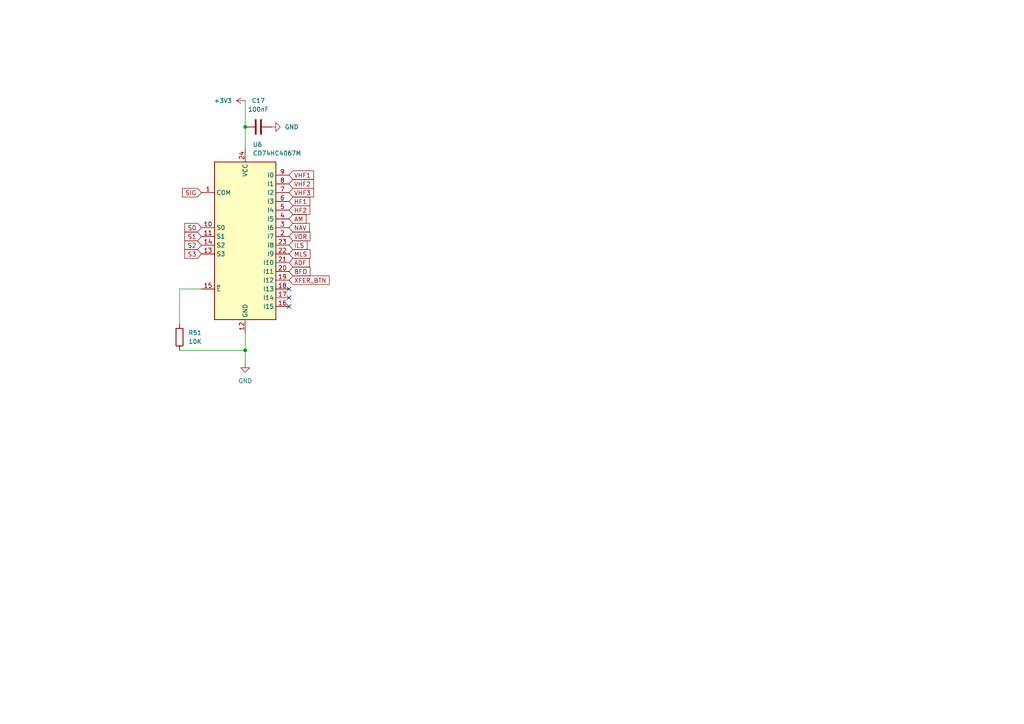
<source format=kicad_sch>
(kicad_sch (version 20231120) (generator "eeschema") (generator_version "8.0")
  (paper "A4")
  (lib_symbols
    (symbol "74xx:CD74HC4067M"
      (property "Reference" "U" (at -8.89 22.86 0))
      (property "Value" "CD74HC4067M" (at 1.27 22.86 0))
      (symbol "CD74HC4067M_0_1"
        (rectangle (start -8.89 21.59) (end 8.89 -24.13) (stroke (width 0.254)) (fill (type background)))
      )
      (symbol "CD74HC4067M_1_1"
        (pin passive line (at -12.7 12.7 0) (length 3.81) (name "COM") (number "1"))
        (pin input line (at -12.7 2.54 0) (length 3.81) (name "S0") (number "10"))
        (pin input line (at -12.7 0 0) (length 3.81) (name "S1") (number "11"))
        (pin power_in line (at 0 -27.94 90) (length 3.81) (name "GND") (number "12"))
        (pin input line (at -12.7 -5.08 0) (length 3.81) (name "S3") (number "13"))
        (pin input line (at -12.7 -2.54 0) (length 3.81) (name "S2") (number "14"))
        (pin input line (at -12.7 -15.24 0) (length 3.81) (name "~{E}") (number "15"))
        (pin passive line (at 12.7 -20.32 180) (length 3.81) (name "I15") (number "16"))
        (pin passive line (at 12.7 -17.78 180) (length 3.81) (name "I14") (number "17"))
        (pin passive line (at 12.7 -15.24 180) (length 3.81) (name "I13") (number "18"))
        (pin passive line (at 12.7 -12.7 180) (length 3.81) (name "I12") (number "19"))
        (pin passive line (at 12.7 0 180) (length 3.81) (name "I7") (number "2"))
        (pin passive line (at 12.7 -10.16 180) (length 3.81) (name "I11") (number "20"))
        (pin passive line (at 12.7 -7.62 180) (length 3.81) (name "I10") (number "21"))
        (pin passive line (at 12.7 -5.08 180) (length 3.81) (name "I9") (number "22"))
        (pin passive line (at 12.7 -2.54 180) (length 3.81) (name "I8") (number "23"))
        (pin power_in line (at 0 25.4 270) (length 3.81) (name "VCC") (number "24"))
        (pin passive line (at 12.7 2.54 180) (length 3.81) (name "I6") (number "3"))
        (pin passive line (at 12.7 5.08 180) (length 3.81) (name "I5") (number "4"))
        (pin passive line (at 12.7 7.62 180) (length 3.81) (name "I4") (number "5"))
        (pin passive line (at 12.7 10.16 180) (length 3.81) (name "I3") (number "6"))
        (pin passive line (at 12.7 12.7 180) (length 3.81) (name "I2") (number "7"))
        (pin passive line (at 12.7 15.24 180) (length 3.81) (name "I1") (number "8"))
        (pin passive line (at 12.7 17.78 180) (length 3.81) (name "I0") (number "9"))
      )
    )
    (symbol "Device:C" (pin_numbers hide) (pin_names (offset 0.254))
      (property "Reference" "C" (at 0.635 2.54 0))
      (property "Value" "C" (at 0.635 -2.54 0))
      (symbol "C_0_1"
        (polyline (pts (xy -2.032 -0.762) (xy 2.032 -0.762)) (stroke (width 0.508)))
        (polyline (pts (xy -2.032 0.762) (xy 2.032 0.762)) (stroke (width 0.508)))
      )
      (symbol "C_1_1"
        (pin passive line (at 0 3.81 270) (length 2.794) (name "~") (number "1"))
        (pin passive line (at 0 -3.81 90) (length 2.794) (name "~") (number "2"))
      )
    )
    (symbol "Device:R" (pin_numbers hide) (pin_names (offset 0))
      (property "Reference" "R" (at 2.032 0 90))
      (property "Value" "R" (at 0 0 90))
      (symbol "R_0_1"
        (rectangle (start -1.016 -2.54) (end 1.016 2.54) (stroke (width 0.254)))
      )
      (symbol "R_1_1"
        (pin passive line (at 0 3.81 270) (length 1.27) (name "~") (number "1"))
        (pin passive line (at 0 -3.81 90) (length 1.27) (name "~") (number "2"))
      )
    )
    (symbol "power:+3V3" (power) (pin_numbers hide) (pin_names (offset 0) hide)
      (property "Value" "+3V3" (at 0 3.556 0))
      (symbol "+3V3_0_1"
        (polyline (pts (xy -0.762 1.27) (xy 0 2.54)))
        (polyline (pts (xy 0 0) (xy 0 2.54)))
        (polyline (pts (xy 0 2.54) (xy 0.762 1.27)))
      )
      (symbol "+3V3_1_1"
        (pin power_in line (at 0 0 90) (length 0) (name "~") (number "1"))
      )
    )
    (symbol "power:GND" (power) (pin_numbers hide) (pin_names (offset 0) hide)
      (property "Value" "GND" (at 0 -3.81 0))
      (symbol "GND_0_1"
        (polyline (pts (xy 0 0) (xy 0 -1.27) (xy 1.27 -1.27) (xy 0 -2.54) (xy -1.27 -1.27) (xy 0 -1.27)))
      )
      (symbol "GND_1_1"
        (pin power_in line (at 0 0 270) (length 0) (name "~") (number "1"))
      )
    )
  )
  (junction (at 71.12 101.6))
  (junction (at 71.12 36.83))
  (no_connect (at 83.82 83.82))
  (no_connect (at 83.82 86.36))
  (no_connect (at 83.82 88.9))
  (wire (pts (xy 52.07 101.6) (xy 71.12 101.6)))
  (wire (pts (xy 52.07 83.82) (xy 52.07 93.98)))
  (wire (pts (xy 58.42 83.82) (xy 52.07 83.82)))
  (wire (pts (xy 71.12 29.21) (xy 71.12 36.83)))
  (wire (pts (xy 71.12 105.41) (xy 71.12 101.6)))
  (wire (pts (xy 71.12 101.6) (xy 71.12 96.52)))
  (wire (pts (xy 71.12 36.83) (xy 71.12 43.18)))
  (global_label "VOR" (shape input) (at 83.82 68.58 0) (property "Intersheetrefs" "${INTERSHEET_REFS}" (effects (hide yes))))
  (global_label "XFER_BTN" (shape input) (at 83.82 81.28 0) (property "Intersheetrefs" "${INTERSHEET_REFS}" (effects (hide yes))))
  (global_label "BFO" (shape input) (at 83.82 78.74 0) (property "Intersheetrefs" "${INTERSHEET_REFS}" (effects (hide yes))))
  (global_label "HF2" (shape input) (at 83.82 60.96 0) (property "Intersheetrefs" "${INTERSHEET_REFS}" (effects (hide yes))))
  (global_label "ADF" (shape input) (at 83.82 76.2 0) (property "Intersheetrefs" "${INTERSHEET_REFS}" (effects (hide yes))))
  (global_label "S3" (shape input) (at 58.42 73.66 180) (property "Intersheetrefs" "${INTERSHEET_REFS}" (effects (hide yes))))
  (global_label "S1" (shape input) (at 58.42 68.58 180) (property "Intersheetrefs" "${INTERSHEET_REFS}" (effects (hide yes))))
  (global_label "ILS" (shape input) (at 83.82 71.12 0) (property "Intersheetrefs" "${INTERSHEET_REFS}" (effects (hide yes))))
  (global_label "VHF1" (shape input) (at 83.82 50.8 0) (property "Intersheetrefs" "${INTERSHEET_REFS}" (effects (hide yes))))
  (global_label "SIG" (shape input) (at 58.42 55.88 180) (property "Intersheetrefs" "${INTERSHEET_REFS}" (effects (hide yes))))
  (global_label "S2" (shape input) (at 58.42 71.12 180) (property "Intersheetrefs" "${INTERSHEET_REFS}" (effects (hide yes))))
  (global_label "VHF2" (shape input) (at 83.82 53.34 0) (property "Intersheetrefs" "${INTERSHEET_REFS}" (effects (hide yes))))
  (global_label "VHF3" (shape input) (at 83.82 55.88 0) (property "Intersheetrefs" "${INTERSHEET_REFS}" (effects (hide yes))))
  (global_label "MLS" (shape input) (at 83.82 73.66 0) (property "Intersheetrefs" "${INTERSHEET_REFS}" (effects (hide yes))))
  (global_label "HF1" (shape input) (at 83.82 58.42 0) (property "Intersheetrefs" "${INTERSHEET_REFS}" (effects (hide yes))))
  (global_label "AM" (shape input) (at 83.82 63.5 0) (property "Intersheetrefs" "${INTERSHEET_REFS}" (effects (hide yes))))
  (global_label "NAV" (shape input) (at 83.82 66.04 0) (property "Intersheetrefs" "${INTERSHEET_REFS}" (effects (hide yes))))
  (global_label "S0" (shape input) (at 58.42 66.04 180) (property "Intersheetrefs" "${INTERSHEET_REFS}" (effects (hide yes))))
  (symbol (lib_id "power:GND") (at 71.12 105.41 0) (unit 1)
    (property "Reference" "#PWR045" (effects (hide yes)))
    (property "Value" "GND" (at 71.12 110.49 0))
    (property "Description" "Power symbol creates a global label with name \"GND\" , ground" (effects (hide yes)))
  )
  (symbol (lib_id "74xx:CD74HC4067M") (at 71.12 68.58 0) (unit 1)
    (property "Reference" "U6" (at 73.3141 41.91 0) (effects (justify left)))
    (property "Value" "CD74HC4067M" (at 73.3141 44.45 0) (effects (justify left)))
    (property "Footprint" "Package_SO:SOIC-24W_7.5x15.4mm_P1.27mm" (effects (hide yes)))
    (property "Datasheet" "http://www.ti.com/lit/ds/symlink/cd74hc4067.pdf" (effects (hide yes)))
    (property "Description" "High-Speed CMOS Logic 16-Channel Analog Multiplexer/Demultiplexer, SOIC-24" (effects (hide yes)))
  )
  (symbol (lib_id "Device:R") (at 52.07 97.79 0) (unit 1)
    (property "Reference" "R51" (at 54.61 96.5199 0) (effects (justify left)))
    (property "Value" "10K" (at 54.61 99.0599 0) (effects (justify left)))
    (property "Footprint" "Resistor_SMD:R_0402_1005Metric" (effects (hide yes)))
    (property "Description" "Resistor" (effects (hide yes)))
  )
  (symbol (lib_id "Device:C") (at 74.93 36.83 90) (unit 1)
    (property "Reference" "C17" (at 74.93 29.21 90))
    (property "Value" "100nF" (at 74.93 31.75 90))
    (property "Footprint" "Custom_Footprints:Perfect_0402" (effects (hide yes)))
    (property "Description" "Unpolarized capacitor" (effects (hide yes)))
  )
  (symbol (lib_id "power:+3V3") (at 71.12 29.21 90) (unit 1)
    (property "Reference" "#PWR058" (effects (hide yes)))
    (property "Value" "+3V3" (at 67.31 29.2099 90) (effects (justify left)))
    (property "Description" "Power symbol creates a global label with name \"+3V3\"" (effects (hide yes)))
  )
  (symbol (lib_id "power:GND") (at 78.74 36.83 90) (unit 1)
    (property "Reference" "#PWR044" (effects (hide yes)))
    (property "Value" "GND" (at 82.55 36.8299 90) (effects (justify right)))
    (property "Description" "Power symbol creates a global label with name \"GND\" , ground" (effects (hide yes)))
  )
)
</source>
